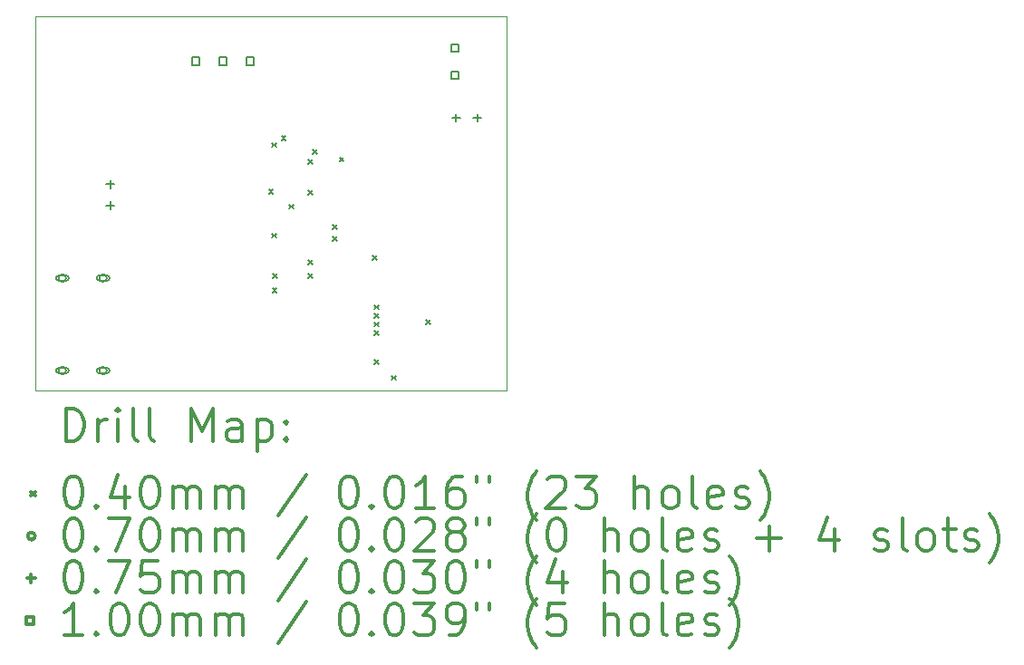
<source format=gbr>
%FSLAX45Y45*%
G04 Gerber Fmt 4.5, Leading zero omitted, Abs format (unit mm)*
G04 Created by KiCad (PCBNEW (5.1.5-0)) date 2022-05-19 14:53:56*
%MOMM*%
%LPD*%
G04 APERTURE LIST*
%TA.AperFunction,Profile*%
%ADD10C,0.050000*%
%TD*%
%ADD11C,0.200000*%
%ADD12C,0.300000*%
G04 APERTURE END LIST*
D10*
X11600000Y-9000000D02*
X11600000Y-5500000D01*
X16000000Y-9000000D02*
X11600000Y-9000000D01*
X16000000Y-5500000D02*
X16000000Y-9000000D01*
X11600000Y-5500000D02*
X16000000Y-5500000D01*
D11*
X13780000Y-7120000D02*
X13820000Y-7160000D01*
X13820000Y-7120000D02*
X13780000Y-7160000D01*
X13810000Y-6682500D02*
X13850000Y-6722500D01*
X13850000Y-6682500D02*
X13810000Y-6722500D01*
X13810000Y-7530000D02*
X13850000Y-7570000D01*
X13850000Y-7530000D02*
X13810000Y-7570000D01*
X13815000Y-8045000D02*
X13855000Y-8085000D01*
X13855000Y-8045000D02*
X13815000Y-8085000D01*
X13820000Y-7910000D02*
X13860000Y-7950000D01*
X13860000Y-7910000D02*
X13820000Y-7950000D01*
X13900000Y-6620000D02*
X13940000Y-6660000D01*
X13940000Y-6620000D02*
X13900000Y-6660000D01*
X13970000Y-7260000D02*
X14010000Y-7300000D01*
X14010000Y-7260000D02*
X13970000Y-7300000D01*
X14150000Y-6840000D02*
X14190000Y-6880000D01*
X14190000Y-6840000D02*
X14150000Y-6880000D01*
X14150000Y-7130000D02*
X14190000Y-7170000D01*
X14190000Y-7130000D02*
X14150000Y-7170000D01*
X14150000Y-7780000D02*
X14190000Y-7820000D01*
X14190000Y-7780000D02*
X14150000Y-7820000D01*
X14150000Y-7910000D02*
X14190000Y-7950000D01*
X14190000Y-7910000D02*
X14150000Y-7950000D01*
X14190614Y-6748619D02*
X14230614Y-6788619D01*
X14230614Y-6748619D02*
X14190614Y-6788619D01*
X14378015Y-7448015D02*
X14418015Y-7488015D01*
X14418015Y-7448015D02*
X14378015Y-7488015D01*
X14380000Y-7560000D02*
X14420000Y-7600000D01*
X14420000Y-7560000D02*
X14380000Y-7600000D01*
X14440000Y-6820000D02*
X14480000Y-6860000D01*
X14480000Y-6820000D02*
X14440000Y-6860000D01*
X14750000Y-7740000D02*
X14790000Y-7780000D01*
X14790000Y-7740000D02*
X14750000Y-7780000D01*
X14770000Y-8200000D02*
X14810000Y-8240000D01*
X14810000Y-8200000D02*
X14770000Y-8240000D01*
X14770000Y-8280000D02*
X14810000Y-8320000D01*
X14810000Y-8280000D02*
X14770000Y-8320000D01*
X14770000Y-8360000D02*
X14810000Y-8400000D01*
X14810000Y-8360000D02*
X14770000Y-8400000D01*
X14770000Y-8440000D02*
X14810000Y-8480000D01*
X14810000Y-8440000D02*
X14770000Y-8480000D01*
X14770000Y-8710000D02*
X14810000Y-8750000D01*
X14810000Y-8710000D02*
X14770000Y-8750000D01*
X14930000Y-8860000D02*
X14970000Y-8900000D01*
X14970000Y-8860000D02*
X14930000Y-8900000D01*
X15250000Y-8340000D02*
X15290000Y-8380000D01*
X15290000Y-8340000D02*
X15250000Y-8380000D01*
X11887500Y-7948000D02*
G75*
G03X11887500Y-7948000I-35000J0D01*
G01*
X11887550Y-7923000D02*
X11817450Y-7923000D01*
X11887550Y-7973000D02*
X11817450Y-7973000D01*
X11817450Y-7923000D02*
G75*
G03X11817450Y-7973000I0J-25000D01*
G01*
X11887550Y-7973000D02*
G75*
G03X11887550Y-7923000I0J25000D01*
G01*
X11887500Y-8812000D02*
G75*
G03X11887500Y-8812000I-35000J0D01*
G01*
X11887550Y-8787000D02*
X11817450Y-8787000D01*
X11887550Y-8837000D02*
X11817450Y-8837000D01*
X11817450Y-8787000D02*
G75*
G03X11817450Y-8837000I0J-25000D01*
G01*
X11887550Y-8837000D02*
G75*
G03X11887550Y-8787000I0J25000D01*
G01*
X12267500Y-7948000D02*
G75*
G03X12267500Y-7948000I-35000J0D01*
G01*
X12267550Y-7923000D02*
X12197450Y-7923000D01*
X12267550Y-7973000D02*
X12197450Y-7973000D01*
X12197450Y-7923000D02*
G75*
G03X12197450Y-7973000I0J-25000D01*
G01*
X12267550Y-7973000D02*
G75*
G03X12267550Y-7923000I0J25000D01*
G01*
X12267500Y-8812000D02*
G75*
G03X12267500Y-8812000I-35000J0D01*
G01*
X12267550Y-8787000D02*
X12197450Y-8787000D01*
X12267550Y-8837000D02*
X12197450Y-8837000D01*
X12197450Y-8787000D02*
G75*
G03X12197450Y-8837000I0J-25000D01*
G01*
X12267550Y-8837000D02*
G75*
G03X12267550Y-8787000I0J25000D01*
G01*
X12300000Y-7032500D02*
X12300000Y-7107500D01*
X12262500Y-7070000D02*
X12337500Y-7070000D01*
X12300000Y-7232500D02*
X12300000Y-7307500D01*
X12262500Y-7270000D02*
X12337500Y-7270000D01*
X15530000Y-6412500D02*
X15530000Y-6487500D01*
X15492500Y-6450000D02*
X15567500Y-6450000D01*
X15730000Y-6412500D02*
X15730000Y-6487500D01*
X15692500Y-6450000D02*
X15767500Y-6450000D01*
X15555356Y-5831356D02*
X15555356Y-5760644D01*
X15484644Y-5760644D01*
X15484644Y-5831356D01*
X15555356Y-5831356D01*
X15555356Y-6085356D02*
X15555356Y-6014644D01*
X15484644Y-6014644D01*
X15484644Y-6085356D01*
X15555356Y-6085356D01*
X13135356Y-5955356D02*
X13135356Y-5884644D01*
X13064644Y-5884644D01*
X13064644Y-5955356D01*
X13135356Y-5955356D01*
X13389356Y-5955356D02*
X13389356Y-5884644D01*
X13318644Y-5884644D01*
X13318644Y-5955356D01*
X13389356Y-5955356D01*
X13643356Y-5955356D02*
X13643356Y-5884644D01*
X13572644Y-5884644D01*
X13572644Y-5955356D01*
X13643356Y-5955356D01*
D12*
X11883928Y-9468214D02*
X11883928Y-9168214D01*
X11955357Y-9168214D01*
X11998214Y-9182500D01*
X12026786Y-9211072D01*
X12041071Y-9239643D01*
X12055357Y-9296786D01*
X12055357Y-9339643D01*
X12041071Y-9396786D01*
X12026786Y-9425357D01*
X11998214Y-9453929D01*
X11955357Y-9468214D01*
X11883928Y-9468214D01*
X12183928Y-9468214D02*
X12183928Y-9268214D01*
X12183928Y-9325357D02*
X12198214Y-9296786D01*
X12212500Y-9282500D01*
X12241071Y-9268214D01*
X12269643Y-9268214D01*
X12369643Y-9468214D02*
X12369643Y-9268214D01*
X12369643Y-9168214D02*
X12355357Y-9182500D01*
X12369643Y-9196786D01*
X12383928Y-9182500D01*
X12369643Y-9168214D01*
X12369643Y-9196786D01*
X12555357Y-9468214D02*
X12526786Y-9453929D01*
X12512500Y-9425357D01*
X12512500Y-9168214D01*
X12712500Y-9468214D02*
X12683928Y-9453929D01*
X12669643Y-9425357D01*
X12669643Y-9168214D01*
X13055357Y-9468214D02*
X13055357Y-9168214D01*
X13155357Y-9382500D01*
X13255357Y-9168214D01*
X13255357Y-9468214D01*
X13526786Y-9468214D02*
X13526786Y-9311072D01*
X13512500Y-9282500D01*
X13483928Y-9268214D01*
X13426786Y-9268214D01*
X13398214Y-9282500D01*
X13526786Y-9453929D02*
X13498214Y-9468214D01*
X13426786Y-9468214D01*
X13398214Y-9453929D01*
X13383928Y-9425357D01*
X13383928Y-9396786D01*
X13398214Y-9368214D01*
X13426786Y-9353929D01*
X13498214Y-9353929D01*
X13526786Y-9339643D01*
X13669643Y-9268214D02*
X13669643Y-9568214D01*
X13669643Y-9282500D02*
X13698214Y-9268214D01*
X13755357Y-9268214D01*
X13783928Y-9282500D01*
X13798214Y-9296786D01*
X13812500Y-9325357D01*
X13812500Y-9411072D01*
X13798214Y-9439643D01*
X13783928Y-9453929D01*
X13755357Y-9468214D01*
X13698214Y-9468214D01*
X13669643Y-9453929D01*
X13941071Y-9439643D02*
X13955357Y-9453929D01*
X13941071Y-9468214D01*
X13926786Y-9453929D01*
X13941071Y-9439643D01*
X13941071Y-9468214D01*
X13941071Y-9282500D02*
X13955357Y-9296786D01*
X13941071Y-9311072D01*
X13926786Y-9296786D01*
X13941071Y-9282500D01*
X13941071Y-9311072D01*
X11557500Y-9942500D02*
X11597500Y-9982500D01*
X11597500Y-9942500D02*
X11557500Y-9982500D01*
X11941071Y-9798214D02*
X11969643Y-9798214D01*
X11998214Y-9812500D01*
X12012500Y-9826786D01*
X12026786Y-9855357D01*
X12041071Y-9912500D01*
X12041071Y-9983929D01*
X12026786Y-10041072D01*
X12012500Y-10069643D01*
X11998214Y-10083929D01*
X11969643Y-10098214D01*
X11941071Y-10098214D01*
X11912500Y-10083929D01*
X11898214Y-10069643D01*
X11883928Y-10041072D01*
X11869643Y-9983929D01*
X11869643Y-9912500D01*
X11883928Y-9855357D01*
X11898214Y-9826786D01*
X11912500Y-9812500D01*
X11941071Y-9798214D01*
X12169643Y-10069643D02*
X12183928Y-10083929D01*
X12169643Y-10098214D01*
X12155357Y-10083929D01*
X12169643Y-10069643D01*
X12169643Y-10098214D01*
X12441071Y-9898214D02*
X12441071Y-10098214D01*
X12369643Y-9783929D02*
X12298214Y-9998214D01*
X12483928Y-9998214D01*
X12655357Y-9798214D02*
X12683928Y-9798214D01*
X12712500Y-9812500D01*
X12726786Y-9826786D01*
X12741071Y-9855357D01*
X12755357Y-9912500D01*
X12755357Y-9983929D01*
X12741071Y-10041072D01*
X12726786Y-10069643D01*
X12712500Y-10083929D01*
X12683928Y-10098214D01*
X12655357Y-10098214D01*
X12626786Y-10083929D01*
X12612500Y-10069643D01*
X12598214Y-10041072D01*
X12583928Y-9983929D01*
X12583928Y-9912500D01*
X12598214Y-9855357D01*
X12612500Y-9826786D01*
X12626786Y-9812500D01*
X12655357Y-9798214D01*
X12883928Y-10098214D02*
X12883928Y-9898214D01*
X12883928Y-9926786D02*
X12898214Y-9912500D01*
X12926786Y-9898214D01*
X12969643Y-9898214D01*
X12998214Y-9912500D01*
X13012500Y-9941072D01*
X13012500Y-10098214D01*
X13012500Y-9941072D02*
X13026786Y-9912500D01*
X13055357Y-9898214D01*
X13098214Y-9898214D01*
X13126786Y-9912500D01*
X13141071Y-9941072D01*
X13141071Y-10098214D01*
X13283928Y-10098214D02*
X13283928Y-9898214D01*
X13283928Y-9926786D02*
X13298214Y-9912500D01*
X13326786Y-9898214D01*
X13369643Y-9898214D01*
X13398214Y-9912500D01*
X13412500Y-9941072D01*
X13412500Y-10098214D01*
X13412500Y-9941072D02*
X13426786Y-9912500D01*
X13455357Y-9898214D01*
X13498214Y-9898214D01*
X13526786Y-9912500D01*
X13541071Y-9941072D01*
X13541071Y-10098214D01*
X14126786Y-9783929D02*
X13869643Y-10169643D01*
X14512500Y-9798214D02*
X14541071Y-9798214D01*
X14569643Y-9812500D01*
X14583928Y-9826786D01*
X14598214Y-9855357D01*
X14612500Y-9912500D01*
X14612500Y-9983929D01*
X14598214Y-10041072D01*
X14583928Y-10069643D01*
X14569643Y-10083929D01*
X14541071Y-10098214D01*
X14512500Y-10098214D01*
X14483928Y-10083929D01*
X14469643Y-10069643D01*
X14455357Y-10041072D01*
X14441071Y-9983929D01*
X14441071Y-9912500D01*
X14455357Y-9855357D01*
X14469643Y-9826786D01*
X14483928Y-9812500D01*
X14512500Y-9798214D01*
X14741071Y-10069643D02*
X14755357Y-10083929D01*
X14741071Y-10098214D01*
X14726786Y-10083929D01*
X14741071Y-10069643D01*
X14741071Y-10098214D01*
X14941071Y-9798214D02*
X14969643Y-9798214D01*
X14998214Y-9812500D01*
X15012500Y-9826786D01*
X15026786Y-9855357D01*
X15041071Y-9912500D01*
X15041071Y-9983929D01*
X15026786Y-10041072D01*
X15012500Y-10069643D01*
X14998214Y-10083929D01*
X14969643Y-10098214D01*
X14941071Y-10098214D01*
X14912500Y-10083929D01*
X14898214Y-10069643D01*
X14883928Y-10041072D01*
X14869643Y-9983929D01*
X14869643Y-9912500D01*
X14883928Y-9855357D01*
X14898214Y-9826786D01*
X14912500Y-9812500D01*
X14941071Y-9798214D01*
X15326786Y-10098214D02*
X15155357Y-10098214D01*
X15241071Y-10098214D02*
X15241071Y-9798214D01*
X15212500Y-9841072D01*
X15183928Y-9869643D01*
X15155357Y-9883929D01*
X15583928Y-9798214D02*
X15526786Y-9798214D01*
X15498214Y-9812500D01*
X15483928Y-9826786D01*
X15455357Y-9869643D01*
X15441071Y-9926786D01*
X15441071Y-10041072D01*
X15455357Y-10069643D01*
X15469643Y-10083929D01*
X15498214Y-10098214D01*
X15555357Y-10098214D01*
X15583928Y-10083929D01*
X15598214Y-10069643D01*
X15612500Y-10041072D01*
X15612500Y-9969643D01*
X15598214Y-9941072D01*
X15583928Y-9926786D01*
X15555357Y-9912500D01*
X15498214Y-9912500D01*
X15469643Y-9926786D01*
X15455357Y-9941072D01*
X15441071Y-9969643D01*
X15726786Y-9798214D02*
X15726786Y-9855357D01*
X15841071Y-9798214D02*
X15841071Y-9855357D01*
X16283928Y-10212500D02*
X16269643Y-10198214D01*
X16241071Y-10155357D01*
X16226786Y-10126786D01*
X16212500Y-10083929D01*
X16198214Y-10012500D01*
X16198214Y-9955357D01*
X16212500Y-9883929D01*
X16226786Y-9841072D01*
X16241071Y-9812500D01*
X16269643Y-9769643D01*
X16283928Y-9755357D01*
X16383928Y-9826786D02*
X16398214Y-9812500D01*
X16426786Y-9798214D01*
X16498214Y-9798214D01*
X16526786Y-9812500D01*
X16541071Y-9826786D01*
X16555357Y-9855357D01*
X16555357Y-9883929D01*
X16541071Y-9926786D01*
X16369643Y-10098214D01*
X16555357Y-10098214D01*
X16655357Y-9798214D02*
X16841071Y-9798214D01*
X16741071Y-9912500D01*
X16783928Y-9912500D01*
X16812500Y-9926786D01*
X16826786Y-9941072D01*
X16841071Y-9969643D01*
X16841071Y-10041072D01*
X16826786Y-10069643D01*
X16812500Y-10083929D01*
X16783928Y-10098214D01*
X16698214Y-10098214D01*
X16669643Y-10083929D01*
X16655357Y-10069643D01*
X17198214Y-10098214D02*
X17198214Y-9798214D01*
X17326786Y-10098214D02*
X17326786Y-9941072D01*
X17312500Y-9912500D01*
X17283928Y-9898214D01*
X17241071Y-9898214D01*
X17212500Y-9912500D01*
X17198214Y-9926786D01*
X17512500Y-10098214D02*
X17483928Y-10083929D01*
X17469643Y-10069643D01*
X17455357Y-10041072D01*
X17455357Y-9955357D01*
X17469643Y-9926786D01*
X17483928Y-9912500D01*
X17512500Y-9898214D01*
X17555357Y-9898214D01*
X17583928Y-9912500D01*
X17598214Y-9926786D01*
X17612500Y-9955357D01*
X17612500Y-10041072D01*
X17598214Y-10069643D01*
X17583928Y-10083929D01*
X17555357Y-10098214D01*
X17512500Y-10098214D01*
X17783928Y-10098214D02*
X17755357Y-10083929D01*
X17741071Y-10055357D01*
X17741071Y-9798214D01*
X18012500Y-10083929D02*
X17983928Y-10098214D01*
X17926786Y-10098214D01*
X17898214Y-10083929D01*
X17883928Y-10055357D01*
X17883928Y-9941072D01*
X17898214Y-9912500D01*
X17926786Y-9898214D01*
X17983928Y-9898214D01*
X18012500Y-9912500D01*
X18026786Y-9941072D01*
X18026786Y-9969643D01*
X17883928Y-9998214D01*
X18141071Y-10083929D02*
X18169643Y-10098214D01*
X18226786Y-10098214D01*
X18255357Y-10083929D01*
X18269643Y-10055357D01*
X18269643Y-10041072D01*
X18255357Y-10012500D01*
X18226786Y-9998214D01*
X18183928Y-9998214D01*
X18155357Y-9983929D01*
X18141071Y-9955357D01*
X18141071Y-9941072D01*
X18155357Y-9912500D01*
X18183928Y-9898214D01*
X18226786Y-9898214D01*
X18255357Y-9912500D01*
X18369643Y-10212500D02*
X18383928Y-10198214D01*
X18412500Y-10155357D01*
X18426786Y-10126786D01*
X18441071Y-10083929D01*
X18455357Y-10012500D01*
X18455357Y-9955357D01*
X18441071Y-9883929D01*
X18426786Y-9841072D01*
X18412500Y-9812500D01*
X18383928Y-9769643D01*
X18369643Y-9755357D01*
X11597500Y-10358500D02*
G75*
G03X11597500Y-10358500I-35000J0D01*
G01*
X11941071Y-10194214D02*
X11969643Y-10194214D01*
X11998214Y-10208500D01*
X12012500Y-10222786D01*
X12026786Y-10251357D01*
X12041071Y-10308500D01*
X12041071Y-10379929D01*
X12026786Y-10437072D01*
X12012500Y-10465643D01*
X11998214Y-10479929D01*
X11969643Y-10494214D01*
X11941071Y-10494214D01*
X11912500Y-10479929D01*
X11898214Y-10465643D01*
X11883928Y-10437072D01*
X11869643Y-10379929D01*
X11869643Y-10308500D01*
X11883928Y-10251357D01*
X11898214Y-10222786D01*
X11912500Y-10208500D01*
X11941071Y-10194214D01*
X12169643Y-10465643D02*
X12183928Y-10479929D01*
X12169643Y-10494214D01*
X12155357Y-10479929D01*
X12169643Y-10465643D01*
X12169643Y-10494214D01*
X12283928Y-10194214D02*
X12483928Y-10194214D01*
X12355357Y-10494214D01*
X12655357Y-10194214D02*
X12683928Y-10194214D01*
X12712500Y-10208500D01*
X12726786Y-10222786D01*
X12741071Y-10251357D01*
X12755357Y-10308500D01*
X12755357Y-10379929D01*
X12741071Y-10437072D01*
X12726786Y-10465643D01*
X12712500Y-10479929D01*
X12683928Y-10494214D01*
X12655357Y-10494214D01*
X12626786Y-10479929D01*
X12612500Y-10465643D01*
X12598214Y-10437072D01*
X12583928Y-10379929D01*
X12583928Y-10308500D01*
X12598214Y-10251357D01*
X12612500Y-10222786D01*
X12626786Y-10208500D01*
X12655357Y-10194214D01*
X12883928Y-10494214D02*
X12883928Y-10294214D01*
X12883928Y-10322786D02*
X12898214Y-10308500D01*
X12926786Y-10294214D01*
X12969643Y-10294214D01*
X12998214Y-10308500D01*
X13012500Y-10337072D01*
X13012500Y-10494214D01*
X13012500Y-10337072D02*
X13026786Y-10308500D01*
X13055357Y-10294214D01*
X13098214Y-10294214D01*
X13126786Y-10308500D01*
X13141071Y-10337072D01*
X13141071Y-10494214D01*
X13283928Y-10494214D02*
X13283928Y-10294214D01*
X13283928Y-10322786D02*
X13298214Y-10308500D01*
X13326786Y-10294214D01*
X13369643Y-10294214D01*
X13398214Y-10308500D01*
X13412500Y-10337072D01*
X13412500Y-10494214D01*
X13412500Y-10337072D02*
X13426786Y-10308500D01*
X13455357Y-10294214D01*
X13498214Y-10294214D01*
X13526786Y-10308500D01*
X13541071Y-10337072D01*
X13541071Y-10494214D01*
X14126786Y-10179929D02*
X13869643Y-10565643D01*
X14512500Y-10194214D02*
X14541071Y-10194214D01*
X14569643Y-10208500D01*
X14583928Y-10222786D01*
X14598214Y-10251357D01*
X14612500Y-10308500D01*
X14612500Y-10379929D01*
X14598214Y-10437072D01*
X14583928Y-10465643D01*
X14569643Y-10479929D01*
X14541071Y-10494214D01*
X14512500Y-10494214D01*
X14483928Y-10479929D01*
X14469643Y-10465643D01*
X14455357Y-10437072D01*
X14441071Y-10379929D01*
X14441071Y-10308500D01*
X14455357Y-10251357D01*
X14469643Y-10222786D01*
X14483928Y-10208500D01*
X14512500Y-10194214D01*
X14741071Y-10465643D02*
X14755357Y-10479929D01*
X14741071Y-10494214D01*
X14726786Y-10479929D01*
X14741071Y-10465643D01*
X14741071Y-10494214D01*
X14941071Y-10194214D02*
X14969643Y-10194214D01*
X14998214Y-10208500D01*
X15012500Y-10222786D01*
X15026786Y-10251357D01*
X15041071Y-10308500D01*
X15041071Y-10379929D01*
X15026786Y-10437072D01*
X15012500Y-10465643D01*
X14998214Y-10479929D01*
X14969643Y-10494214D01*
X14941071Y-10494214D01*
X14912500Y-10479929D01*
X14898214Y-10465643D01*
X14883928Y-10437072D01*
X14869643Y-10379929D01*
X14869643Y-10308500D01*
X14883928Y-10251357D01*
X14898214Y-10222786D01*
X14912500Y-10208500D01*
X14941071Y-10194214D01*
X15155357Y-10222786D02*
X15169643Y-10208500D01*
X15198214Y-10194214D01*
X15269643Y-10194214D01*
X15298214Y-10208500D01*
X15312500Y-10222786D01*
X15326786Y-10251357D01*
X15326786Y-10279929D01*
X15312500Y-10322786D01*
X15141071Y-10494214D01*
X15326786Y-10494214D01*
X15498214Y-10322786D02*
X15469643Y-10308500D01*
X15455357Y-10294214D01*
X15441071Y-10265643D01*
X15441071Y-10251357D01*
X15455357Y-10222786D01*
X15469643Y-10208500D01*
X15498214Y-10194214D01*
X15555357Y-10194214D01*
X15583928Y-10208500D01*
X15598214Y-10222786D01*
X15612500Y-10251357D01*
X15612500Y-10265643D01*
X15598214Y-10294214D01*
X15583928Y-10308500D01*
X15555357Y-10322786D01*
X15498214Y-10322786D01*
X15469643Y-10337072D01*
X15455357Y-10351357D01*
X15441071Y-10379929D01*
X15441071Y-10437072D01*
X15455357Y-10465643D01*
X15469643Y-10479929D01*
X15498214Y-10494214D01*
X15555357Y-10494214D01*
X15583928Y-10479929D01*
X15598214Y-10465643D01*
X15612500Y-10437072D01*
X15612500Y-10379929D01*
X15598214Y-10351357D01*
X15583928Y-10337072D01*
X15555357Y-10322786D01*
X15726786Y-10194214D02*
X15726786Y-10251357D01*
X15841071Y-10194214D02*
X15841071Y-10251357D01*
X16283928Y-10608500D02*
X16269643Y-10594214D01*
X16241071Y-10551357D01*
X16226786Y-10522786D01*
X16212500Y-10479929D01*
X16198214Y-10408500D01*
X16198214Y-10351357D01*
X16212500Y-10279929D01*
X16226786Y-10237072D01*
X16241071Y-10208500D01*
X16269643Y-10165643D01*
X16283928Y-10151357D01*
X16455357Y-10194214D02*
X16483928Y-10194214D01*
X16512500Y-10208500D01*
X16526786Y-10222786D01*
X16541071Y-10251357D01*
X16555357Y-10308500D01*
X16555357Y-10379929D01*
X16541071Y-10437072D01*
X16526786Y-10465643D01*
X16512500Y-10479929D01*
X16483928Y-10494214D01*
X16455357Y-10494214D01*
X16426786Y-10479929D01*
X16412500Y-10465643D01*
X16398214Y-10437072D01*
X16383928Y-10379929D01*
X16383928Y-10308500D01*
X16398214Y-10251357D01*
X16412500Y-10222786D01*
X16426786Y-10208500D01*
X16455357Y-10194214D01*
X16912500Y-10494214D02*
X16912500Y-10194214D01*
X17041071Y-10494214D02*
X17041071Y-10337072D01*
X17026786Y-10308500D01*
X16998214Y-10294214D01*
X16955357Y-10294214D01*
X16926786Y-10308500D01*
X16912500Y-10322786D01*
X17226786Y-10494214D02*
X17198214Y-10479929D01*
X17183928Y-10465643D01*
X17169643Y-10437072D01*
X17169643Y-10351357D01*
X17183928Y-10322786D01*
X17198214Y-10308500D01*
X17226786Y-10294214D01*
X17269643Y-10294214D01*
X17298214Y-10308500D01*
X17312500Y-10322786D01*
X17326786Y-10351357D01*
X17326786Y-10437072D01*
X17312500Y-10465643D01*
X17298214Y-10479929D01*
X17269643Y-10494214D01*
X17226786Y-10494214D01*
X17498214Y-10494214D02*
X17469643Y-10479929D01*
X17455357Y-10451357D01*
X17455357Y-10194214D01*
X17726786Y-10479929D02*
X17698214Y-10494214D01*
X17641071Y-10494214D01*
X17612500Y-10479929D01*
X17598214Y-10451357D01*
X17598214Y-10337072D01*
X17612500Y-10308500D01*
X17641071Y-10294214D01*
X17698214Y-10294214D01*
X17726786Y-10308500D01*
X17741071Y-10337072D01*
X17741071Y-10365643D01*
X17598214Y-10394214D01*
X17855357Y-10479929D02*
X17883928Y-10494214D01*
X17941071Y-10494214D01*
X17969643Y-10479929D01*
X17983928Y-10451357D01*
X17983928Y-10437072D01*
X17969643Y-10408500D01*
X17941071Y-10394214D01*
X17898214Y-10394214D01*
X17869643Y-10379929D01*
X17855357Y-10351357D01*
X17855357Y-10337072D01*
X17869643Y-10308500D01*
X17898214Y-10294214D01*
X17941071Y-10294214D01*
X17969643Y-10308500D01*
X18341071Y-10379929D02*
X18569643Y-10379929D01*
X18455357Y-10494214D02*
X18455357Y-10265643D01*
X19069643Y-10294214D02*
X19069643Y-10494214D01*
X18998214Y-10179929D02*
X18926786Y-10394214D01*
X19112500Y-10394214D01*
X19441071Y-10479929D02*
X19469643Y-10494214D01*
X19526786Y-10494214D01*
X19555357Y-10479929D01*
X19569643Y-10451357D01*
X19569643Y-10437072D01*
X19555357Y-10408500D01*
X19526786Y-10394214D01*
X19483928Y-10394214D01*
X19455357Y-10379929D01*
X19441071Y-10351357D01*
X19441071Y-10337072D01*
X19455357Y-10308500D01*
X19483928Y-10294214D01*
X19526786Y-10294214D01*
X19555357Y-10308500D01*
X19741071Y-10494214D02*
X19712500Y-10479929D01*
X19698214Y-10451357D01*
X19698214Y-10194214D01*
X19898214Y-10494214D02*
X19869643Y-10479929D01*
X19855357Y-10465643D01*
X19841071Y-10437072D01*
X19841071Y-10351357D01*
X19855357Y-10322786D01*
X19869643Y-10308500D01*
X19898214Y-10294214D01*
X19941071Y-10294214D01*
X19969643Y-10308500D01*
X19983928Y-10322786D01*
X19998214Y-10351357D01*
X19998214Y-10437072D01*
X19983928Y-10465643D01*
X19969643Y-10479929D01*
X19941071Y-10494214D01*
X19898214Y-10494214D01*
X20083928Y-10294214D02*
X20198214Y-10294214D01*
X20126786Y-10194214D02*
X20126786Y-10451357D01*
X20141071Y-10479929D01*
X20169643Y-10494214D01*
X20198214Y-10494214D01*
X20283928Y-10479929D02*
X20312500Y-10494214D01*
X20369643Y-10494214D01*
X20398214Y-10479929D01*
X20412500Y-10451357D01*
X20412500Y-10437072D01*
X20398214Y-10408500D01*
X20369643Y-10394214D01*
X20326786Y-10394214D01*
X20298214Y-10379929D01*
X20283928Y-10351357D01*
X20283928Y-10337072D01*
X20298214Y-10308500D01*
X20326786Y-10294214D01*
X20369643Y-10294214D01*
X20398214Y-10308500D01*
X20512500Y-10608500D02*
X20526786Y-10594214D01*
X20555357Y-10551357D01*
X20569643Y-10522786D01*
X20583928Y-10479929D01*
X20598214Y-10408500D01*
X20598214Y-10351357D01*
X20583928Y-10279929D01*
X20569643Y-10237072D01*
X20555357Y-10208500D01*
X20526786Y-10165643D01*
X20512500Y-10151357D01*
X11560000Y-10717000D02*
X11560000Y-10792000D01*
X11522500Y-10754500D02*
X11597500Y-10754500D01*
X11941071Y-10590214D02*
X11969643Y-10590214D01*
X11998214Y-10604500D01*
X12012500Y-10618786D01*
X12026786Y-10647357D01*
X12041071Y-10704500D01*
X12041071Y-10775929D01*
X12026786Y-10833072D01*
X12012500Y-10861643D01*
X11998214Y-10875929D01*
X11969643Y-10890214D01*
X11941071Y-10890214D01*
X11912500Y-10875929D01*
X11898214Y-10861643D01*
X11883928Y-10833072D01*
X11869643Y-10775929D01*
X11869643Y-10704500D01*
X11883928Y-10647357D01*
X11898214Y-10618786D01*
X11912500Y-10604500D01*
X11941071Y-10590214D01*
X12169643Y-10861643D02*
X12183928Y-10875929D01*
X12169643Y-10890214D01*
X12155357Y-10875929D01*
X12169643Y-10861643D01*
X12169643Y-10890214D01*
X12283928Y-10590214D02*
X12483928Y-10590214D01*
X12355357Y-10890214D01*
X12741071Y-10590214D02*
X12598214Y-10590214D01*
X12583928Y-10733072D01*
X12598214Y-10718786D01*
X12626786Y-10704500D01*
X12698214Y-10704500D01*
X12726786Y-10718786D01*
X12741071Y-10733072D01*
X12755357Y-10761643D01*
X12755357Y-10833072D01*
X12741071Y-10861643D01*
X12726786Y-10875929D01*
X12698214Y-10890214D01*
X12626786Y-10890214D01*
X12598214Y-10875929D01*
X12583928Y-10861643D01*
X12883928Y-10890214D02*
X12883928Y-10690214D01*
X12883928Y-10718786D02*
X12898214Y-10704500D01*
X12926786Y-10690214D01*
X12969643Y-10690214D01*
X12998214Y-10704500D01*
X13012500Y-10733072D01*
X13012500Y-10890214D01*
X13012500Y-10733072D02*
X13026786Y-10704500D01*
X13055357Y-10690214D01*
X13098214Y-10690214D01*
X13126786Y-10704500D01*
X13141071Y-10733072D01*
X13141071Y-10890214D01*
X13283928Y-10890214D02*
X13283928Y-10690214D01*
X13283928Y-10718786D02*
X13298214Y-10704500D01*
X13326786Y-10690214D01*
X13369643Y-10690214D01*
X13398214Y-10704500D01*
X13412500Y-10733072D01*
X13412500Y-10890214D01*
X13412500Y-10733072D02*
X13426786Y-10704500D01*
X13455357Y-10690214D01*
X13498214Y-10690214D01*
X13526786Y-10704500D01*
X13541071Y-10733072D01*
X13541071Y-10890214D01*
X14126786Y-10575929D02*
X13869643Y-10961643D01*
X14512500Y-10590214D02*
X14541071Y-10590214D01*
X14569643Y-10604500D01*
X14583928Y-10618786D01*
X14598214Y-10647357D01*
X14612500Y-10704500D01*
X14612500Y-10775929D01*
X14598214Y-10833072D01*
X14583928Y-10861643D01*
X14569643Y-10875929D01*
X14541071Y-10890214D01*
X14512500Y-10890214D01*
X14483928Y-10875929D01*
X14469643Y-10861643D01*
X14455357Y-10833072D01*
X14441071Y-10775929D01*
X14441071Y-10704500D01*
X14455357Y-10647357D01*
X14469643Y-10618786D01*
X14483928Y-10604500D01*
X14512500Y-10590214D01*
X14741071Y-10861643D02*
X14755357Y-10875929D01*
X14741071Y-10890214D01*
X14726786Y-10875929D01*
X14741071Y-10861643D01*
X14741071Y-10890214D01*
X14941071Y-10590214D02*
X14969643Y-10590214D01*
X14998214Y-10604500D01*
X15012500Y-10618786D01*
X15026786Y-10647357D01*
X15041071Y-10704500D01*
X15041071Y-10775929D01*
X15026786Y-10833072D01*
X15012500Y-10861643D01*
X14998214Y-10875929D01*
X14969643Y-10890214D01*
X14941071Y-10890214D01*
X14912500Y-10875929D01*
X14898214Y-10861643D01*
X14883928Y-10833072D01*
X14869643Y-10775929D01*
X14869643Y-10704500D01*
X14883928Y-10647357D01*
X14898214Y-10618786D01*
X14912500Y-10604500D01*
X14941071Y-10590214D01*
X15141071Y-10590214D02*
X15326786Y-10590214D01*
X15226786Y-10704500D01*
X15269643Y-10704500D01*
X15298214Y-10718786D01*
X15312500Y-10733072D01*
X15326786Y-10761643D01*
X15326786Y-10833072D01*
X15312500Y-10861643D01*
X15298214Y-10875929D01*
X15269643Y-10890214D01*
X15183928Y-10890214D01*
X15155357Y-10875929D01*
X15141071Y-10861643D01*
X15512500Y-10590214D02*
X15541071Y-10590214D01*
X15569643Y-10604500D01*
X15583928Y-10618786D01*
X15598214Y-10647357D01*
X15612500Y-10704500D01*
X15612500Y-10775929D01*
X15598214Y-10833072D01*
X15583928Y-10861643D01*
X15569643Y-10875929D01*
X15541071Y-10890214D01*
X15512500Y-10890214D01*
X15483928Y-10875929D01*
X15469643Y-10861643D01*
X15455357Y-10833072D01*
X15441071Y-10775929D01*
X15441071Y-10704500D01*
X15455357Y-10647357D01*
X15469643Y-10618786D01*
X15483928Y-10604500D01*
X15512500Y-10590214D01*
X15726786Y-10590214D02*
X15726786Y-10647357D01*
X15841071Y-10590214D02*
X15841071Y-10647357D01*
X16283928Y-11004500D02*
X16269643Y-10990214D01*
X16241071Y-10947357D01*
X16226786Y-10918786D01*
X16212500Y-10875929D01*
X16198214Y-10804500D01*
X16198214Y-10747357D01*
X16212500Y-10675929D01*
X16226786Y-10633072D01*
X16241071Y-10604500D01*
X16269643Y-10561643D01*
X16283928Y-10547357D01*
X16526786Y-10690214D02*
X16526786Y-10890214D01*
X16455357Y-10575929D02*
X16383928Y-10790214D01*
X16569643Y-10790214D01*
X16912500Y-10890214D02*
X16912500Y-10590214D01*
X17041071Y-10890214D02*
X17041071Y-10733072D01*
X17026786Y-10704500D01*
X16998214Y-10690214D01*
X16955357Y-10690214D01*
X16926786Y-10704500D01*
X16912500Y-10718786D01*
X17226786Y-10890214D02*
X17198214Y-10875929D01*
X17183928Y-10861643D01*
X17169643Y-10833072D01*
X17169643Y-10747357D01*
X17183928Y-10718786D01*
X17198214Y-10704500D01*
X17226786Y-10690214D01*
X17269643Y-10690214D01*
X17298214Y-10704500D01*
X17312500Y-10718786D01*
X17326786Y-10747357D01*
X17326786Y-10833072D01*
X17312500Y-10861643D01*
X17298214Y-10875929D01*
X17269643Y-10890214D01*
X17226786Y-10890214D01*
X17498214Y-10890214D02*
X17469643Y-10875929D01*
X17455357Y-10847357D01*
X17455357Y-10590214D01*
X17726786Y-10875929D02*
X17698214Y-10890214D01*
X17641071Y-10890214D01*
X17612500Y-10875929D01*
X17598214Y-10847357D01*
X17598214Y-10733072D01*
X17612500Y-10704500D01*
X17641071Y-10690214D01*
X17698214Y-10690214D01*
X17726786Y-10704500D01*
X17741071Y-10733072D01*
X17741071Y-10761643D01*
X17598214Y-10790214D01*
X17855357Y-10875929D02*
X17883928Y-10890214D01*
X17941071Y-10890214D01*
X17969643Y-10875929D01*
X17983928Y-10847357D01*
X17983928Y-10833072D01*
X17969643Y-10804500D01*
X17941071Y-10790214D01*
X17898214Y-10790214D01*
X17869643Y-10775929D01*
X17855357Y-10747357D01*
X17855357Y-10733072D01*
X17869643Y-10704500D01*
X17898214Y-10690214D01*
X17941071Y-10690214D01*
X17969643Y-10704500D01*
X18083928Y-11004500D02*
X18098214Y-10990214D01*
X18126786Y-10947357D01*
X18141071Y-10918786D01*
X18155357Y-10875929D01*
X18169643Y-10804500D01*
X18169643Y-10747357D01*
X18155357Y-10675929D01*
X18141071Y-10633072D01*
X18126786Y-10604500D01*
X18098214Y-10561643D01*
X18083928Y-10547357D01*
X11582856Y-11185856D02*
X11582856Y-11115144D01*
X11512144Y-11115144D01*
X11512144Y-11185856D01*
X11582856Y-11185856D01*
X12041071Y-11286214D02*
X11869643Y-11286214D01*
X11955357Y-11286214D02*
X11955357Y-10986214D01*
X11926786Y-11029072D01*
X11898214Y-11057643D01*
X11869643Y-11071929D01*
X12169643Y-11257643D02*
X12183928Y-11271929D01*
X12169643Y-11286214D01*
X12155357Y-11271929D01*
X12169643Y-11257643D01*
X12169643Y-11286214D01*
X12369643Y-10986214D02*
X12398214Y-10986214D01*
X12426786Y-11000500D01*
X12441071Y-11014786D01*
X12455357Y-11043357D01*
X12469643Y-11100500D01*
X12469643Y-11171929D01*
X12455357Y-11229071D01*
X12441071Y-11257643D01*
X12426786Y-11271929D01*
X12398214Y-11286214D01*
X12369643Y-11286214D01*
X12341071Y-11271929D01*
X12326786Y-11257643D01*
X12312500Y-11229071D01*
X12298214Y-11171929D01*
X12298214Y-11100500D01*
X12312500Y-11043357D01*
X12326786Y-11014786D01*
X12341071Y-11000500D01*
X12369643Y-10986214D01*
X12655357Y-10986214D02*
X12683928Y-10986214D01*
X12712500Y-11000500D01*
X12726786Y-11014786D01*
X12741071Y-11043357D01*
X12755357Y-11100500D01*
X12755357Y-11171929D01*
X12741071Y-11229071D01*
X12726786Y-11257643D01*
X12712500Y-11271929D01*
X12683928Y-11286214D01*
X12655357Y-11286214D01*
X12626786Y-11271929D01*
X12612500Y-11257643D01*
X12598214Y-11229071D01*
X12583928Y-11171929D01*
X12583928Y-11100500D01*
X12598214Y-11043357D01*
X12612500Y-11014786D01*
X12626786Y-11000500D01*
X12655357Y-10986214D01*
X12883928Y-11286214D02*
X12883928Y-11086214D01*
X12883928Y-11114786D02*
X12898214Y-11100500D01*
X12926786Y-11086214D01*
X12969643Y-11086214D01*
X12998214Y-11100500D01*
X13012500Y-11129072D01*
X13012500Y-11286214D01*
X13012500Y-11129072D02*
X13026786Y-11100500D01*
X13055357Y-11086214D01*
X13098214Y-11086214D01*
X13126786Y-11100500D01*
X13141071Y-11129072D01*
X13141071Y-11286214D01*
X13283928Y-11286214D02*
X13283928Y-11086214D01*
X13283928Y-11114786D02*
X13298214Y-11100500D01*
X13326786Y-11086214D01*
X13369643Y-11086214D01*
X13398214Y-11100500D01*
X13412500Y-11129072D01*
X13412500Y-11286214D01*
X13412500Y-11129072D02*
X13426786Y-11100500D01*
X13455357Y-11086214D01*
X13498214Y-11086214D01*
X13526786Y-11100500D01*
X13541071Y-11129072D01*
X13541071Y-11286214D01*
X14126786Y-10971929D02*
X13869643Y-11357643D01*
X14512500Y-10986214D02*
X14541071Y-10986214D01*
X14569643Y-11000500D01*
X14583928Y-11014786D01*
X14598214Y-11043357D01*
X14612500Y-11100500D01*
X14612500Y-11171929D01*
X14598214Y-11229071D01*
X14583928Y-11257643D01*
X14569643Y-11271929D01*
X14541071Y-11286214D01*
X14512500Y-11286214D01*
X14483928Y-11271929D01*
X14469643Y-11257643D01*
X14455357Y-11229071D01*
X14441071Y-11171929D01*
X14441071Y-11100500D01*
X14455357Y-11043357D01*
X14469643Y-11014786D01*
X14483928Y-11000500D01*
X14512500Y-10986214D01*
X14741071Y-11257643D02*
X14755357Y-11271929D01*
X14741071Y-11286214D01*
X14726786Y-11271929D01*
X14741071Y-11257643D01*
X14741071Y-11286214D01*
X14941071Y-10986214D02*
X14969643Y-10986214D01*
X14998214Y-11000500D01*
X15012500Y-11014786D01*
X15026786Y-11043357D01*
X15041071Y-11100500D01*
X15041071Y-11171929D01*
X15026786Y-11229071D01*
X15012500Y-11257643D01*
X14998214Y-11271929D01*
X14969643Y-11286214D01*
X14941071Y-11286214D01*
X14912500Y-11271929D01*
X14898214Y-11257643D01*
X14883928Y-11229071D01*
X14869643Y-11171929D01*
X14869643Y-11100500D01*
X14883928Y-11043357D01*
X14898214Y-11014786D01*
X14912500Y-11000500D01*
X14941071Y-10986214D01*
X15141071Y-10986214D02*
X15326786Y-10986214D01*
X15226786Y-11100500D01*
X15269643Y-11100500D01*
X15298214Y-11114786D01*
X15312500Y-11129072D01*
X15326786Y-11157643D01*
X15326786Y-11229071D01*
X15312500Y-11257643D01*
X15298214Y-11271929D01*
X15269643Y-11286214D01*
X15183928Y-11286214D01*
X15155357Y-11271929D01*
X15141071Y-11257643D01*
X15469643Y-11286214D02*
X15526786Y-11286214D01*
X15555357Y-11271929D01*
X15569643Y-11257643D01*
X15598214Y-11214786D01*
X15612500Y-11157643D01*
X15612500Y-11043357D01*
X15598214Y-11014786D01*
X15583928Y-11000500D01*
X15555357Y-10986214D01*
X15498214Y-10986214D01*
X15469643Y-11000500D01*
X15455357Y-11014786D01*
X15441071Y-11043357D01*
X15441071Y-11114786D01*
X15455357Y-11143357D01*
X15469643Y-11157643D01*
X15498214Y-11171929D01*
X15555357Y-11171929D01*
X15583928Y-11157643D01*
X15598214Y-11143357D01*
X15612500Y-11114786D01*
X15726786Y-10986214D02*
X15726786Y-11043357D01*
X15841071Y-10986214D02*
X15841071Y-11043357D01*
X16283928Y-11400500D02*
X16269643Y-11386214D01*
X16241071Y-11343357D01*
X16226786Y-11314786D01*
X16212500Y-11271929D01*
X16198214Y-11200500D01*
X16198214Y-11143357D01*
X16212500Y-11071929D01*
X16226786Y-11029072D01*
X16241071Y-11000500D01*
X16269643Y-10957643D01*
X16283928Y-10943357D01*
X16541071Y-10986214D02*
X16398214Y-10986214D01*
X16383928Y-11129072D01*
X16398214Y-11114786D01*
X16426786Y-11100500D01*
X16498214Y-11100500D01*
X16526786Y-11114786D01*
X16541071Y-11129072D01*
X16555357Y-11157643D01*
X16555357Y-11229071D01*
X16541071Y-11257643D01*
X16526786Y-11271929D01*
X16498214Y-11286214D01*
X16426786Y-11286214D01*
X16398214Y-11271929D01*
X16383928Y-11257643D01*
X16912500Y-11286214D02*
X16912500Y-10986214D01*
X17041071Y-11286214D02*
X17041071Y-11129072D01*
X17026786Y-11100500D01*
X16998214Y-11086214D01*
X16955357Y-11086214D01*
X16926786Y-11100500D01*
X16912500Y-11114786D01*
X17226786Y-11286214D02*
X17198214Y-11271929D01*
X17183928Y-11257643D01*
X17169643Y-11229071D01*
X17169643Y-11143357D01*
X17183928Y-11114786D01*
X17198214Y-11100500D01*
X17226786Y-11086214D01*
X17269643Y-11086214D01*
X17298214Y-11100500D01*
X17312500Y-11114786D01*
X17326786Y-11143357D01*
X17326786Y-11229071D01*
X17312500Y-11257643D01*
X17298214Y-11271929D01*
X17269643Y-11286214D01*
X17226786Y-11286214D01*
X17498214Y-11286214D02*
X17469643Y-11271929D01*
X17455357Y-11243357D01*
X17455357Y-10986214D01*
X17726786Y-11271929D02*
X17698214Y-11286214D01*
X17641071Y-11286214D01*
X17612500Y-11271929D01*
X17598214Y-11243357D01*
X17598214Y-11129072D01*
X17612500Y-11100500D01*
X17641071Y-11086214D01*
X17698214Y-11086214D01*
X17726786Y-11100500D01*
X17741071Y-11129072D01*
X17741071Y-11157643D01*
X17598214Y-11186214D01*
X17855357Y-11271929D02*
X17883928Y-11286214D01*
X17941071Y-11286214D01*
X17969643Y-11271929D01*
X17983928Y-11243357D01*
X17983928Y-11229071D01*
X17969643Y-11200500D01*
X17941071Y-11186214D01*
X17898214Y-11186214D01*
X17869643Y-11171929D01*
X17855357Y-11143357D01*
X17855357Y-11129072D01*
X17869643Y-11100500D01*
X17898214Y-11086214D01*
X17941071Y-11086214D01*
X17969643Y-11100500D01*
X18083928Y-11400500D02*
X18098214Y-11386214D01*
X18126786Y-11343357D01*
X18141071Y-11314786D01*
X18155357Y-11271929D01*
X18169643Y-11200500D01*
X18169643Y-11143357D01*
X18155357Y-11071929D01*
X18141071Y-11029072D01*
X18126786Y-11000500D01*
X18098214Y-10957643D01*
X18083928Y-10943357D01*
M02*

</source>
